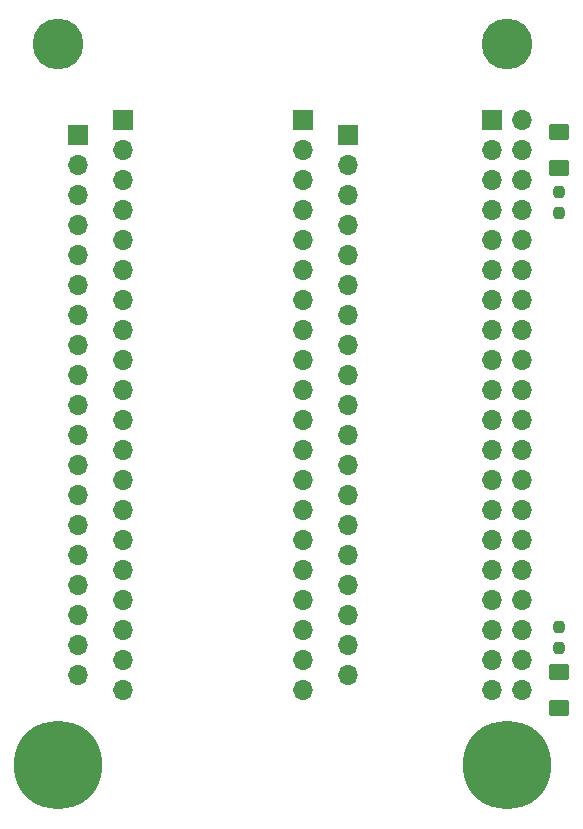
<source format=gbs>
G04 #@! TF.GenerationSoftware,KiCad,Pcbnew,(6.0.0)*
G04 #@! TF.CreationDate,2025-05-03T15:15:50+02:00*
G04 #@! TF.ProjectId,Smart Servo Control Board Rev.2,536d6172-7420-4536-9572-766f20436f6e,rev?*
G04 #@! TF.SameCoordinates,Original*
G04 #@! TF.FileFunction,Soldermask,Bot*
G04 #@! TF.FilePolarity,Negative*
%FSLAX46Y46*%
G04 Gerber Fmt 4.6, Leading zero omitted, Abs format (unit mm)*
G04 Created by KiCad (PCBNEW (6.0.0)) date 2025-05-03 15:15:50*
%MOMM*%
%LPD*%
G01*
G04 APERTURE LIST*
G04 Aperture macros list*
%AMRoundRect*
0 Rectangle with rounded corners*
0 $1 Rounding radius*
0 $2 $3 $4 $5 $6 $7 $8 $9 X,Y pos of 4 corners*
0 Add a 4 corners polygon primitive as box body*
4,1,4,$2,$3,$4,$5,$6,$7,$8,$9,$2,$3,0*
0 Add four circle primitives for the rounded corners*
1,1,$1+$1,$2,$3*
1,1,$1+$1,$4,$5*
1,1,$1+$1,$6,$7*
1,1,$1+$1,$8,$9*
0 Add four rect primitives between the rounded corners*
20,1,$1+$1,$2,$3,$4,$5,0*
20,1,$1+$1,$4,$5,$6,$7,0*
20,1,$1+$1,$6,$7,$8,$9,0*
20,1,$1+$1,$8,$9,$2,$3,0*%
G04 Aperture macros list end*
%ADD10C,7.500000*%
%ADD11C,4.700000*%
%ADD12C,4.300000*%
%ADD13RoundRect,0.237500X-0.237500X0.250000X-0.237500X-0.250000X0.237500X-0.250000X0.237500X0.250000X0*%
%ADD14R,1.700000X1.700000*%
%ADD15O,1.700000X1.700000*%
%ADD16RoundRect,0.250001X0.624999X-0.462499X0.624999X0.462499X-0.624999X0.462499X-0.624999X-0.462499X0*%
%ADD17RoundRect,0.237500X0.237500X-0.250000X0.237500X0.250000X-0.237500X0.250000X-0.237500X-0.250000X0*%
G04 APERTURE END LIST*
D10*
X207032520Y-103043428D03*
D11*
X207032520Y-103043428D03*
D12*
X207032520Y-42043428D03*
D11*
X245032520Y-103043428D03*
D10*
X245032520Y-103043428D03*
D12*
X245032520Y-42043428D03*
D13*
X249457520Y-54515928D03*
X249457520Y-56340928D03*
D14*
X231582520Y-49683428D03*
D15*
X231582520Y-52223428D03*
X231582520Y-54763428D03*
X231582520Y-57303428D03*
X231582520Y-59843428D03*
X231582520Y-62383428D03*
X231582520Y-64923428D03*
X231582520Y-67463428D03*
X231582520Y-70003428D03*
X231582520Y-72543428D03*
X231582520Y-75083428D03*
X231582520Y-77623428D03*
X231582520Y-80163428D03*
X231582520Y-82703428D03*
X231582520Y-85243428D03*
X231582520Y-87783428D03*
X231582520Y-90323428D03*
X231582520Y-92863428D03*
X231582520Y-95403428D03*
D16*
X249457520Y-52470928D03*
X249457520Y-49495928D03*
D14*
X243742520Y-48443428D03*
D15*
X246282520Y-48443428D03*
X243742520Y-50983428D03*
X246282520Y-50983428D03*
X243742520Y-53523428D03*
X246282520Y-53523428D03*
X243742520Y-56063428D03*
X246282520Y-56063428D03*
X243742520Y-58603428D03*
X246282520Y-58603428D03*
X243742520Y-61143428D03*
X246282520Y-61143428D03*
X243742520Y-63683428D03*
X246282520Y-63683428D03*
X243742520Y-66223428D03*
X246282520Y-66223428D03*
X243742520Y-68763428D03*
X246282520Y-68763428D03*
X243742520Y-71303428D03*
X246282520Y-71303428D03*
X243742520Y-73843428D03*
X246282520Y-73843428D03*
X243742520Y-76383428D03*
X246282520Y-76383428D03*
X243742520Y-78923428D03*
X246282520Y-78923428D03*
X243742520Y-81463428D03*
X246282520Y-81463428D03*
X243742520Y-84003428D03*
X246282520Y-84003428D03*
X243742520Y-86543428D03*
X246282520Y-86543428D03*
X243742520Y-89083428D03*
X246282520Y-89083428D03*
X243742520Y-91623428D03*
X246282520Y-91623428D03*
X243742520Y-94163428D03*
X246282520Y-94163428D03*
X243742520Y-96703428D03*
X246282520Y-96703428D03*
D14*
X227772520Y-48413428D03*
D15*
X227772520Y-50953428D03*
X227772520Y-53493428D03*
X227772520Y-56033428D03*
X227772520Y-58573428D03*
X227772520Y-61113428D03*
X227772520Y-63653428D03*
X227772520Y-66193428D03*
X227772520Y-68733428D03*
X227772520Y-71273428D03*
X227772520Y-73813428D03*
X227772520Y-76353428D03*
X227772520Y-78893428D03*
X227772520Y-81433428D03*
X227772520Y-83973428D03*
X227772520Y-86513428D03*
X227772520Y-89053428D03*
X227772520Y-91593428D03*
X227772520Y-94133428D03*
X227772520Y-96673428D03*
D14*
X212532520Y-48413428D03*
D15*
X212532520Y-50953428D03*
X212532520Y-53493428D03*
X212532520Y-56033428D03*
X212532520Y-58573428D03*
X212532520Y-61113428D03*
X212532520Y-63653428D03*
X212532520Y-66193428D03*
X212532520Y-68733428D03*
X212532520Y-71273428D03*
X212532520Y-73813428D03*
X212532520Y-76353428D03*
X212532520Y-78893428D03*
X212532520Y-81433428D03*
X212532520Y-83973428D03*
X212532520Y-86513428D03*
X212532520Y-89053428D03*
X212532520Y-91593428D03*
X212532520Y-94133428D03*
X212532520Y-96673428D03*
D14*
X208722520Y-49683428D03*
D15*
X208722520Y-52223428D03*
X208722520Y-54763428D03*
X208722520Y-57303428D03*
X208722520Y-59843428D03*
X208722520Y-62383428D03*
X208722520Y-64923428D03*
X208722520Y-67463428D03*
X208722520Y-70003428D03*
X208722520Y-72543428D03*
X208722520Y-75083428D03*
X208722520Y-77623428D03*
X208722520Y-80163428D03*
X208722520Y-82703428D03*
X208722520Y-85243428D03*
X208722520Y-87783428D03*
X208722520Y-90323428D03*
X208722520Y-92863428D03*
X208722520Y-95403428D03*
D16*
X249457520Y-98190928D03*
X249457520Y-95215928D03*
D17*
X249457520Y-93170928D03*
X249457520Y-91345928D03*
M02*

</source>
